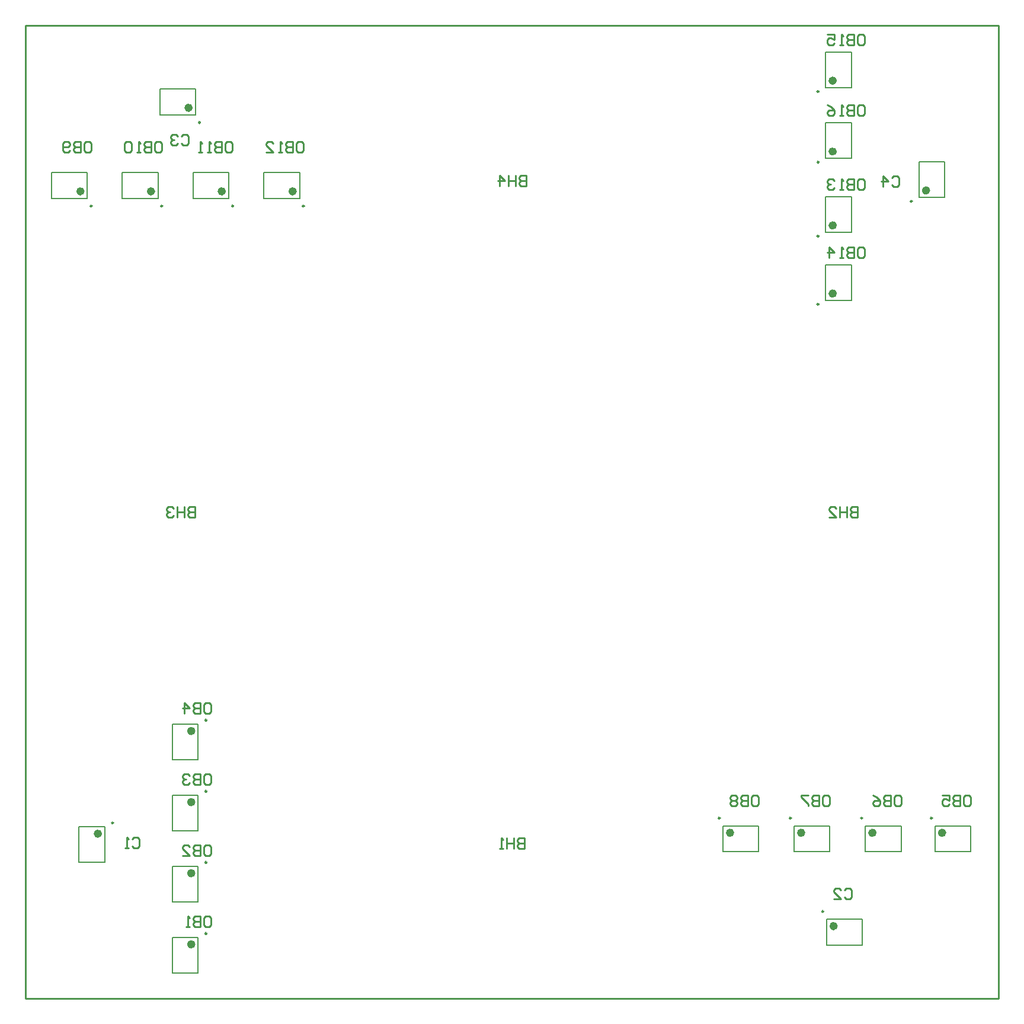
<source format=gbo>
G04 Layer_Color=32896*
%FSLAX25Y25*%
%MOIN*%
G70*
G01*
G75*
%ADD17C,0.01000*%
%ADD21C,0.02362*%
%ADD22C,0.00984*%
%ADD23C,0.00787*%
D17*
X113501Y481998D02*
X115500D01*
X116500Y480998D01*
Y477000D01*
X115500Y476000D01*
X113501D01*
X112501Y477000D01*
Y480998D01*
X113501Y481998D01*
X110502D02*
Y476000D01*
X107503D01*
X106503Y477000D01*
Y477999D01*
X107503Y478999D01*
X110502D01*
X107503D01*
X106503Y479999D01*
Y480998D01*
X107503Y481998D01*
X110502D01*
X104504Y476000D02*
X102505D01*
X103504D01*
Y481998D01*
X104504Y480998D01*
X99506Y476000D02*
X97506D01*
X98506D01*
Y481998D01*
X99506Y480998D01*
X34001Y481998D02*
X36000D01*
X37000Y480998D01*
Y477000D01*
X36000Y476000D01*
X34001D01*
X33001Y477000D01*
Y480998D01*
X34001Y481998D01*
X31002D02*
Y476000D01*
X28003D01*
X27003Y477000D01*
Y477999D01*
X28003Y478999D01*
X31002D01*
X28003D01*
X27003Y479999D01*
Y480998D01*
X28003Y481998D01*
X31002D01*
X25004Y477000D02*
X24004Y476000D01*
X22005D01*
X21005Y477000D01*
Y480998D01*
X22005Y481998D01*
X24004D01*
X25004Y480998D01*
Y479999D01*
X24004Y478999D01*
X21005D01*
X528901Y114498D02*
X530900D01*
X531900Y113498D01*
Y109500D01*
X530900Y108500D01*
X528901D01*
X527901Y109500D01*
Y113498D01*
X528901Y114498D01*
X525902D02*
Y108500D01*
X522903D01*
X521903Y109500D01*
Y110499D01*
X522903Y111499D01*
X525902D01*
X522903D01*
X521903Y112499D01*
Y113498D01*
X522903Y114498D01*
X525902D01*
X515905D02*
X519904D01*
Y111499D01*
X517905Y112499D01*
X516905D01*
X515905Y111499D01*
Y109500D01*
X516905Y108500D01*
X518904D01*
X519904Y109500D01*
X101501Y86598D02*
X103500D01*
X104500Y85598D01*
Y81600D01*
X103500Y80600D01*
X101501D01*
X100501Y81600D01*
Y85598D01*
X101501Y86598D01*
X98502D02*
Y80600D01*
X95503D01*
X94503Y81600D01*
Y82599D01*
X95503Y83599D01*
X98502D01*
X95503D01*
X94503Y84599D01*
Y85598D01*
X95503Y86598D01*
X98502D01*
X88505Y80600D02*
X92504D01*
X88505Y84599D01*
Y85598D01*
X89505Y86598D01*
X91504D01*
X92504Y85598D01*
X60001Y89798D02*
X61001Y90798D01*
X63000D01*
X64000Y89798D01*
Y85800D01*
X63000Y84800D01*
X61001D01*
X60001Y85800D01*
X58002Y84800D02*
X56003D01*
X57002D01*
Y90798D01*
X58002Y89798D01*
X460701Y60998D02*
X461701Y61998D01*
X463700D01*
X464700Y60998D01*
Y57000D01*
X463700Y56000D01*
X461701D01*
X460701Y57000D01*
X454703Y56000D02*
X458702D01*
X454703Y59999D01*
Y60998D01*
X455703Y61998D01*
X457702D01*
X458702Y60998D01*
X87801Y484998D02*
X88801Y485998D01*
X90800D01*
X91800Y484998D01*
Y481000D01*
X90800Y480000D01*
X88801D01*
X87801Y481000D01*
X85802Y484998D02*
X84802Y485998D01*
X82803D01*
X81803Y484998D01*
Y483999D01*
X82803Y482999D01*
X83803D01*
X82803D01*
X81803Y481999D01*
Y481000D01*
X82803Y480000D01*
X84802D01*
X85802Y481000D01*
X487501Y461698D02*
X488501Y462698D01*
X490500D01*
X491500Y461698D01*
Y457700D01*
X490500Y456700D01*
X488501D01*
X487501Y457700D01*
X482503Y456700D02*
Y462698D01*
X485502Y459699D01*
X481503D01*
X101501Y126598D02*
X103500D01*
X104500Y125598D01*
Y121600D01*
X103500Y120600D01*
X101501D01*
X100501Y121600D01*
Y125598D01*
X101501Y126598D01*
X98502D02*
Y120600D01*
X95503D01*
X94503Y121600D01*
Y122599D01*
X95503Y123599D01*
X98502D01*
X95503D01*
X94503Y124599D01*
Y125598D01*
X95503Y126598D01*
X98502D01*
X92504Y125598D02*
X91504Y126598D01*
X89505D01*
X88505Y125598D01*
Y124599D01*
X89505Y123599D01*
X90504D01*
X89505D01*
X88505Y122599D01*
Y121600D01*
X89505Y120600D01*
X91504D01*
X92504Y121600D01*
X101501Y166598D02*
X103500D01*
X104500Y165598D01*
Y161600D01*
X103500Y160600D01*
X101501D01*
X100501Y161600D01*
Y165598D01*
X101501Y166598D01*
X98502D02*
Y160600D01*
X95503D01*
X94503Y161600D01*
Y162599D01*
X95503Y163599D01*
X98502D01*
X95503D01*
X94503Y164599D01*
Y165598D01*
X95503Y166598D01*
X98502D01*
X89505Y160600D02*
Y166598D01*
X92504Y163599D01*
X88505D01*
X489701Y114498D02*
X491700D01*
X492700Y113498D01*
Y109500D01*
X491700Y108500D01*
X489701D01*
X488701Y109500D01*
Y113498D01*
X489701Y114498D01*
X486702D02*
Y108500D01*
X483703D01*
X482703Y109500D01*
Y110499D01*
X483703Y111499D01*
X486702D01*
X483703D01*
X482703Y112499D01*
Y113498D01*
X483703Y114498D01*
X486702D01*
X476705D02*
X478705Y113498D01*
X480704Y111499D01*
Y109500D01*
X479704Y108500D01*
X477705D01*
X476705Y109500D01*
Y110499D01*
X477705Y111499D01*
X480704D01*
X449601Y114498D02*
X451600D01*
X452600Y113498D01*
Y109500D01*
X451600Y108500D01*
X449601D01*
X448601Y109500D01*
Y113498D01*
X449601Y114498D01*
X446602D02*
Y108500D01*
X443603D01*
X442603Y109500D01*
Y110499D01*
X443603Y111499D01*
X446602D01*
X443603D01*
X442603Y112499D01*
Y113498D01*
X443603Y114498D01*
X446602D01*
X440604D02*
X436605D01*
Y113498D01*
X440604Y109500D01*
Y108500D01*
X409601Y114498D02*
X411600D01*
X412600Y113498D01*
Y109500D01*
X411600Y108500D01*
X409601D01*
X408601Y109500D01*
Y113498D01*
X409601Y114498D01*
X406602D02*
Y108500D01*
X403603D01*
X402603Y109500D01*
Y110499D01*
X403603Y111499D01*
X406602D01*
X403603D01*
X402603Y112499D01*
Y113498D01*
X403603Y114498D01*
X406602D01*
X400604Y113498D02*
X399604Y114498D01*
X397605D01*
X396605Y113498D01*
Y112499D01*
X397605Y111499D01*
X396605Y110499D01*
Y109500D01*
X397605Y108500D01*
X399604D01*
X400604Y109500D01*
Y110499D01*
X399604Y111499D01*
X400604Y112499D01*
Y113498D01*
X399604Y111499D02*
X397605D01*
X73701Y481998D02*
X75700D01*
X76700Y480998D01*
Y477000D01*
X75700Y476000D01*
X73701D01*
X72701Y477000D01*
Y480998D01*
X73701Y481998D01*
X70702D02*
Y476000D01*
X67703D01*
X66703Y477000D01*
Y477999D01*
X67703Y478999D01*
X70702D01*
X67703D01*
X66703Y479999D01*
Y480998D01*
X67703Y481998D01*
X70702D01*
X64704Y476000D02*
X62704D01*
X63704D01*
Y481998D01*
X64704Y480998D01*
X59706D02*
X58706Y481998D01*
X56707D01*
X55707Y480998D01*
Y477000D01*
X56707Y476000D01*
X58706D01*
X59706Y477000D01*
Y480998D01*
X153401Y481998D02*
X155400D01*
X156400Y480998D01*
Y477000D01*
X155400Y476000D01*
X153401D01*
X152401Y477000D01*
Y480998D01*
X153401Y481998D01*
X150402D02*
Y476000D01*
X147403D01*
X146403Y477000D01*
Y477999D01*
X147403Y478999D01*
X150402D01*
X147403D01*
X146403Y479999D01*
Y480998D01*
X147403Y481998D01*
X150402D01*
X144404Y476000D02*
X142404D01*
X143404D01*
Y481998D01*
X144404Y480998D01*
X135407Y476000D02*
X139406D01*
X135407Y479999D01*
Y480998D01*
X136407Y481998D01*
X138406D01*
X139406Y480998D01*
X469001Y461198D02*
X471000D01*
X472000Y460198D01*
Y456200D01*
X471000Y455200D01*
X469001D01*
X468001Y456200D01*
Y460198D01*
X469001Y461198D01*
X466002D02*
Y455200D01*
X463003D01*
X462003Y456200D01*
Y457199D01*
X463003Y458199D01*
X466002D01*
X463003D01*
X462003Y459199D01*
Y460198D01*
X463003Y461198D01*
X466002D01*
X460004Y455200D02*
X458005D01*
X459004D01*
Y461198D01*
X460004Y460198D01*
X455006D02*
X454006Y461198D01*
X452006D01*
X451007Y460198D01*
Y459199D01*
X452006Y458199D01*
X453006D01*
X452006D01*
X451007Y457199D01*
Y456200D01*
X452006Y455200D01*
X454006D01*
X455006Y456200D01*
X469001Y422898D02*
X471000D01*
X472000Y421898D01*
Y417900D01*
X471000Y416900D01*
X469001D01*
X468001Y417900D01*
Y421898D01*
X469001Y422898D01*
X466002D02*
Y416900D01*
X463003D01*
X462003Y417900D01*
Y418899D01*
X463003Y419899D01*
X466002D01*
X463003D01*
X462003Y420899D01*
Y421898D01*
X463003Y422898D01*
X466002D01*
X460004Y416900D02*
X458005D01*
X459004D01*
Y422898D01*
X460004Y421898D01*
X452006Y416900D02*
Y422898D01*
X455006Y419899D01*
X451007D01*
X469001Y542598D02*
X471000D01*
X472000Y541598D01*
Y537600D01*
X471000Y536600D01*
X469001D01*
X468001Y537600D01*
Y541598D01*
X469001Y542598D01*
X466002D02*
Y536600D01*
X463003D01*
X462003Y537600D01*
Y538599D01*
X463003Y539599D01*
X466002D01*
X463003D01*
X462003Y540599D01*
Y541598D01*
X463003Y542598D01*
X466002D01*
X460004Y536600D02*
X458005D01*
X459004D01*
Y542598D01*
X460004Y541598D01*
X451007Y542598D02*
X455006D01*
Y539599D01*
X453006Y540599D01*
X452006D01*
X451007Y539599D01*
Y537600D01*
X452006Y536600D01*
X454006D01*
X455006Y537600D01*
X469001Y502798D02*
X471000D01*
X472000Y501798D01*
Y497800D01*
X471000Y496800D01*
X469001D01*
X468001Y497800D01*
Y501798D01*
X469001Y502798D01*
X466002D02*
Y496800D01*
X463003D01*
X462003Y497800D01*
Y498799D01*
X463003Y499799D01*
X466002D01*
X463003D01*
X462003Y500799D01*
Y501798D01*
X463003Y502798D01*
X466002D01*
X460004Y496800D02*
X458005D01*
X459004D01*
Y502798D01*
X460004Y501798D01*
X451007Y502798D02*
X453006Y501798D01*
X455006Y499799D01*
Y497800D01*
X454006Y496800D01*
X452006D01*
X451007Y497800D01*
Y498799D01*
X452006Y499799D01*
X455006D01*
X280700Y90498D02*
Y84500D01*
X277701D01*
X276701Y85500D01*
Y86499D01*
X277701Y87499D01*
X280700D01*
X277701D01*
X276701Y88499D01*
Y89498D01*
X277701Y90498D01*
X280700D01*
X274702D02*
Y84500D01*
Y87499D01*
X270703D01*
Y90498D01*
Y84500D01*
X268704D02*
X266705D01*
X267704D01*
Y90498D01*
X268704Y89498D01*
X468000Y276798D02*
Y270800D01*
X465001D01*
X464001Y271800D01*
Y272799D01*
X465001Y273799D01*
X468000D01*
X465001D01*
X464001Y274799D01*
Y275798D01*
X465001Y276798D01*
X468000D01*
X462002D02*
Y270800D01*
Y273799D01*
X458003D01*
Y276798D01*
Y270800D01*
X452005D02*
X456004D01*
X452005Y274799D01*
Y275798D01*
X453005Y276798D01*
X455004D01*
X456004Y275798D01*
X95500Y276798D02*
Y270800D01*
X92501D01*
X91501Y271800D01*
Y272799D01*
X92501Y273799D01*
X95500D01*
X92501D01*
X91501Y274799D01*
Y275798D01*
X92501Y276798D01*
X95500D01*
X89502D02*
Y270800D01*
Y273799D01*
X85503D01*
Y276798D01*
Y270800D01*
X83504Y275798D02*
X82504Y276798D01*
X80505D01*
X79505Y275798D01*
Y274799D01*
X80505Y273799D01*
X81504D01*
X80505D01*
X79505Y272799D01*
Y271800D01*
X80505Y270800D01*
X82504D01*
X83504Y271800D01*
X281700Y462998D02*
Y457000D01*
X278701D01*
X277701Y458000D01*
Y458999D01*
X278701Y459999D01*
X281700D01*
X278701D01*
X277701Y460999D01*
Y461998D01*
X278701Y462998D01*
X281700D01*
X275702D02*
Y457000D01*
Y459999D01*
X271703D01*
Y462998D01*
Y457000D01*
X266705D02*
Y462998D01*
X269704Y459999D01*
X265705D01*
X101501Y46598D02*
X103500D01*
X104500Y45598D01*
Y41600D01*
X103500Y40600D01*
X101501D01*
X100501Y41600D01*
Y45598D01*
X101501Y46598D01*
X98502D02*
Y40600D01*
X95503D01*
X94503Y41600D01*
Y42599D01*
X95503Y43599D01*
X98502D01*
X95503D01*
X94503Y44599D01*
Y45598D01*
X95503Y46598D01*
X98502D01*
X92504Y40600D02*
X90504D01*
X91504D01*
Y46598D01*
X92504Y45598D01*
X0Y0D02*
X547500D01*
Y547500D01*
X0D02*
X547500D01*
X0Y0D02*
Y547500D01*
D21*
X42028Y92852D02*
G03*
X42028Y92852I-1181J0D01*
G01*
X455829Y40846D02*
G03*
X455829Y40846I-1181J0D01*
G01*
X93033Y501154D02*
G03*
X93033Y501154I-1181J0D01*
G01*
X507835Y454648D02*
G03*
X507835Y454648I-1181J0D01*
G01*
X111683Y454153D02*
G03*
X111683Y454153I-1181J0D01*
G01*
X32184D02*
G03*
X32184Y454153I-1181J0D01*
G01*
X516879Y93347D02*
G03*
X516879Y93347I-1181J0D01*
G01*
X94528Y70602D02*
G03*
X94528Y70602I-1181J0D01*
G01*
Y110602D02*
G03*
X94528Y110602I-1181J0D01*
G01*
Y150602D02*
G03*
X94528Y150602I-1181J0D01*
G01*
X477679Y93347D02*
G03*
X477679Y93347I-1181J0D01*
G01*
X437579D02*
G03*
X437579Y93347I-1181J0D01*
G01*
X397579D02*
G03*
X397579Y93347I-1181J0D01*
G01*
X71883Y454153D02*
G03*
X71883Y454153I-1181J0D01*
G01*
X151584D02*
G03*
X151584Y454153I-1181J0D01*
G01*
X455335Y434998D02*
G03*
X455335Y434998I-1181J0D01*
G01*
Y396698D02*
G03*
X455335Y396698I-1181J0D01*
G01*
Y516398D02*
G03*
X455335Y516398I-1181J0D01*
G01*
Y476598D02*
G03*
X455335Y476598I-1181J0D01*
G01*
X94528Y30602D02*
G03*
X94528Y30602I-1181J0D01*
G01*
D22*
X49606Y98905D02*
G03*
X49606Y98905I-492J0D01*
G01*
X449087Y49114D02*
G03*
X449087Y49114I-492J0D01*
G01*
X98398Y492886D02*
G03*
X98398Y492886I-492J0D01*
G01*
X498878Y448595D02*
G03*
X498878Y448595I-492J0D01*
G01*
X117048Y445886D02*
G03*
X117048Y445886I-492J0D01*
G01*
X37548D02*
G03*
X37548Y445886I-492J0D01*
G01*
X510137Y101614D02*
G03*
X510137Y101614I-492J0D01*
G01*
X102106Y76656D02*
G03*
X102106Y76656I-492J0D01*
G01*
Y116656D02*
G03*
X102106Y116656I-492J0D01*
G01*
Y156656D02*
G03*
X102106Y156656I-492J0D01*
G01*
X470937Y101614D02*
G03*
X470937Y101614I-492J0D01*
G01*
X430837D02*
G03*
X430837Y101614I-492J0D01*
G01*
X390837D02*
G03*
X390837Y101614I-492J0D01*
G01*
X77248Y445886D02*
G03*
X77248Y445886I-492J0D01*
G01*
X156948D02*
G03*
X156948Y445886I-492J0D01*
G01*
X446378Y428944D02*
G03*
X446378Y428944I-492J0D01*
G01*
Y390645D02*
G03*
X446378Y390645I-492J0D01*
G01*
Y510345D02*
G03*
X446378Y510345I-492J0D01*
G01*
Y470544D02*
G03*
X446378Y470544I-492J0D01*
G01*
X102106Y36656D02*
G03*
X102106Y36656I-492J0D01*
G01*
D23*
X30217Y76711D02*
X44783D01*
X30217Y96789D02*
X44783D01*
X30217Y76711D02*
Y96789D01*
X44783Y76711D02*
Y96789D01*
X450711Y44783D02*
X470789D01*
X450711Y30217D02*
X470789D01*
X450711D02*
Y44783D01*
X470789Y30217D02*
Y44783D01*
X75711Y497217D02*
Y511783D01*
X95789Y497217D02*
Y511783D01*
X75711D02*
X95789D01*
X75711Y497217D02*
X95789D01*
X502717Y450711D02*
Y470789D01*
X517283Y450711D02*
Y470789D01*
X502717Y450711D02*
X517283D01*
X502717Y470789D02*
X517283D01*
X94361Y450217D02*
X114439D01*
X94361Y464783D02*
X114439D01*
Y450217D02*
Y464783D01*
X94361Y450217D02*
Y464783D01*
X14861Y450217D02*
X34939D01*
X14861Y464783D02*
X34939D01*
Y450217D02*
Y464783D01*
X14861Y450217D02*
Y464783D01*
X511761Y97283D02*
X531839D01*
X511761Y82717D02*
X531839D01*
X511761D02*
Y97283D01*
X531839Y82717D02*
Y97283D01*
X97283Y54461D02*
Y74539D01*
X82717Y54461D02*
Y74539D01*
X97283D01*
X82717Y54461D02*
X97283D01*
Y94461D02*
Y114539D01*
X82717Y94461D02*
Y114539D01*
X97283D01*
X82717Y94461D02*
X97283D01*
Y134461D02*
Y154539D01*
X82717Y134461D02*
Y154539D01*
X97283D01*
X82717Y134461D02*
X97283D01*
X472561Y97283D02*
X492639D01*
X472561Y82717D02*
X492639D01*
X472561D02*
Y97283D01*
X492639Y82717D02*
Y97283D01*
X432461D02*
X452539D01*
X432461Y82717D02*
X452539D01*
X432461D02*
Y97283D01*
X452539Y82717D02*
Y97283D01*
X392461D02*
X412539D01*
X392461Y82717D02*
X412539D01*
X392461D02*
Y97283D01*
X412539Y82717D02*
Y97283D01*
X54561Y450217D02*
X74639D01*
X54561Y464783D02*
X74639D01*
Y450217D02*
Y464783D01*
X54561Y450217D02*
Y464783D01*
X134261Y450217D02*
X154339D01*
X134261Y464783D02*
X154339D01*
Y450217D02*
Y464783D01*
X134261Y450217D02*
Y464783D01*
X450217Y431061D02*
Y451139D01*
X464783Y431061D02*
Y451139D01*
X450217Y431061D02*
X464783D01*
X450217Y451139D02*
X464783D01*
X450217Y392761D02*
Y412839D01*
X464783Y392761D02*
Y412839D01*
X450217Y392761D02*
X464783D01*
X450217Y412839D02*
X464783D01*
X450217Y512461D02*
Y532539D01*
X464783Y512461D02*
Y532539D01*
X450217Y512461D02*
X464783D01*
X450217Y532539D02*
X464783D01*
X450217Y472661D02*
Y492739D01*
X464783Y472661D02*
Y492739D01*
X450217Y472661D02*
X464783D01*
X450217Y492739D02*
X464783D01*
X97283Y14461D02*
Y34539D01*
X82717Y14461D02*
Y34539D01*
X97283D01*
X82717Y14461D02*
X97283D01*
M02*

</source>
